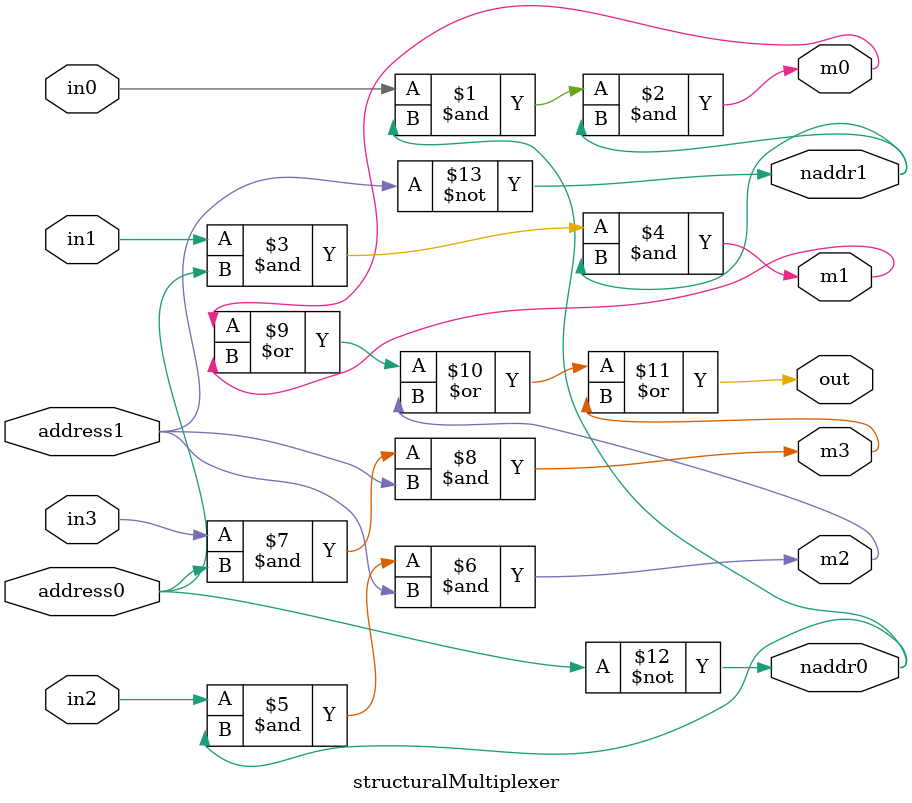
<source format=v>

module behavioralMultiplexer
(
    output out,
    input address0, address1,
    input in0, in1, in2, in3
);
    // Join single-bit inputs into a bus, use address as index
    wire[3:0] inputs = {in3, in2, in1, in0};
    wire[1:0] address = {address1, address0};
    assign out = inputs[address];
endmodule


module structuralMultiplexer
(
    output out, m0, m1, m2, m3, naddr0, naddr1,
    input address0, address1,
    input in0, in1, in2, in3
);
    // define gates with delays
    `define AND and #50
    `define OR or #50
    `define NOT not #50

    wire naddr0, naddr1;
    wire m0,m1,m2,m3;

    `NOT invA(naddr0, address0);
    `NOT invB(naddr1, address1);
    
    `AND andgateA(m0,in0,naddr0,naddr1);
    `AND andgateB(m1,in1,address0,naddr1);
    `AND andgateC(m2,in2,naddr0,address1);
    `AND andgateD(m3,in3,address0,address1);

    `OR orgate(out,m0,m1,m2,m3);
endmodule


</source>
